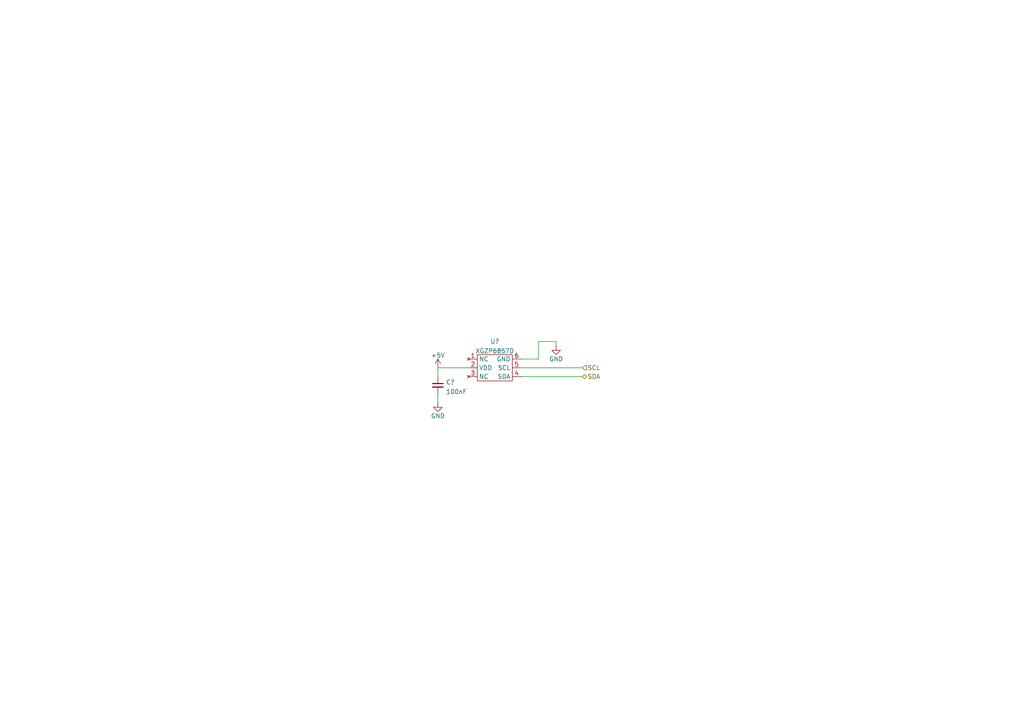
<source format=kicad_sch>
(kicad_sch (version 20231120) (generator "eeschema") (generator_version "8.0")
  (paper "A4")
  (title_block (date "2022-03-29"))
  (lib_symbols
    (symbol "Device:C_Small" (pin_numbers hide) (pin_names (offset 0.254) hide)
      (property "Reference" "C" (at 0.254 1.778 0))
      (property "Value" "C_Small" (at 0.254 -2.032 0))
      (symbol "C_Small_0_1"
        (polyline (pts (xy -1.524 -0.508) (xy 1.524 -0.508)) (stroke (width 0.3302)))
        (polyline (pts (xy -1.524 0.508) (xy 1.524 0.508)) (stroke (width 0.3048)))
      )
      (symbol "C_Small_1_1"
        (pin passive line (at 0 2.54 270) (length 2.032) (name "~") (number "1"))
        (pin passive line (at 0 -2.54 90) (length 2.032) (name "~") (number "2"))
      )
    )
    (symbol "index:XGZP6857D"
      (property "Reference" "U" (at 0 5.08 0))
      (property "Value" "XGZP6857D" (at 0 -5.08 0))
      (symbol "XGZP6857D_0_1"
        (rectangle (start -5.08 -3.81) (end 5.08 3.81))
      )
      (symbol "XGZP6857D_1_1"
        (pin no_connect line (at -7.62 2.54 0) (length 2.54) (name "NC") (number "1"))
        (pin power_in line (at -7.62 0 0) (length 2.54) (name "VDD") (number "2"))
        (pin no_connect line (at -7.62 -2.54 0) (length 2.54) (name "NC") (number "3"))
        (pin bidirectional line (at 7.62 -2.54 180) (length 2.54) (name "SDA") (number "4"))
        (pin bidirectional line (at 7.62 0 180) (length 2.54) (name "SCL") (number "5"))
        (pin power_in line (at 7.62 2.54 180) (length 2.54) (name "GND") (number "6"))
      )
    )
    (symbol "power:+5V" (power) (pin_names (offset 0))
      (property "Value" "+5V" (at 0 3.556 0))
      (symbol "+5V_0_1"
        (polyline (pts (xy -0.762 1.27) (xy 0 2.54)))
        (polyline (pts (xy 0 0) (xy 0 2.54)))
        (polyline (pts (xy 0 2.54) (xy 0.762 1.27)))
      )
      (symbol "+5V_1_1"
        (pin power_in line (at 0 0 90) (length 0) hide (name "+5V") (number "1"))
      )
    )
    (symbol "power:GND" (power) (pin_names (offset 0))
      (property "Value" "GND" (at 0 -3.81 0))
      (symbol "GND_0_1"
        (polyline (pts (xy 0 0) (xy 0 -1.27) (xy 1.27 -1.27) (xy 0 -2.54) (xy -1.27 -1.27) (xy 0 -1.27)))
      )
      (symbol "GND_1_1"
        (pin power_in line (at 0 0 270) (length 0) hide (name "GND") (number "1"))
      )
    )
  )
  (wire (pts (xy 127 114.3) (xy 127 116.84)))
  (wire (pts (xy 161.29 99.06) (xy 161.29 100.33)))
  (wire (pts (xy 127 109.22) (xy 127 106.68)))
  (wire (pts (xy 156.21 104.14) (xy 156.21 99.06)))
  (wire (pts (xy 127 106.68) (xy 135.89 106.68)))
  (wire (pts (xy 151.13 109.22) (xy 168.91 109.22)))
  (wire (pts (xy 151.13 104.14) (xy 156.21 104.14)))
  (wire (pts (xy 151.13 106.68) (xy 168.91 106.68)))
  (wire (pts (xy 156.21 99.06) (xy 161.29 99.06)))
  (hierarchical_label "SDA" (shape bidirectional) (at 168.91 109.22 0))
  (hierarchical_label "SCL" (shape input) (at 168.91 106.68 0))
  (symbol (lib_id "power:+5V") (at 127 106.68 0) (unit 1)
    (property "Reference" "#PWR?" (effects (hide yes)))
    (property "Value" "+5V" (at 127 103.0755 0))
  )
  (symbol (lib_id "index:XGZP6857D") (at 143.51 106.68 0) (unit 1)
    (property "Reference" "U?" (at 143.51 99.0305 0))
    (property "Value" "XGZP6857D" (at 143.51 101.8056 0))
    (property "Footprint" "index:XGZP6857D" (effects (hide yes)))
    (property "Datasheet" "https://www.cfsensor.com/static/upload/file/20220412/XGZP6857D%20Pressure%20Sensor%20Module%20V2.4.pdf" (effects (hide yes)))
  )
  (symbol (lib_id "power:GND") (at 161.29 100.33 0) (unit 1)
    (property "Reference" "#PWR?" (effects (hide yes)))
    (property "Value" "GND" (at 161.29 104.14 0))
  )
  (symbol (lib_id "power:GND") (at 127 116.84 0) (unit 1)
    (property "Reference" "#PWR?" (effects (hide yes)))
    (property "Value" "GND" (at 127 120.65 0))
  )
  (symbol (lib_id "Device:C_Small") (at 127 111.76 0) (unit 1)
    (property "Reference" "C?" (at 129.3241 110.8578 0) (effects (justify left)))
    (property "Value" "100nF" (at 129.3241 113.6329 0) (effects (justify left)))
    (property "Footprint" "Capacitor_SMD:C_0805_2012Metric" (effects (hide yes)))
  )
)
</source>
